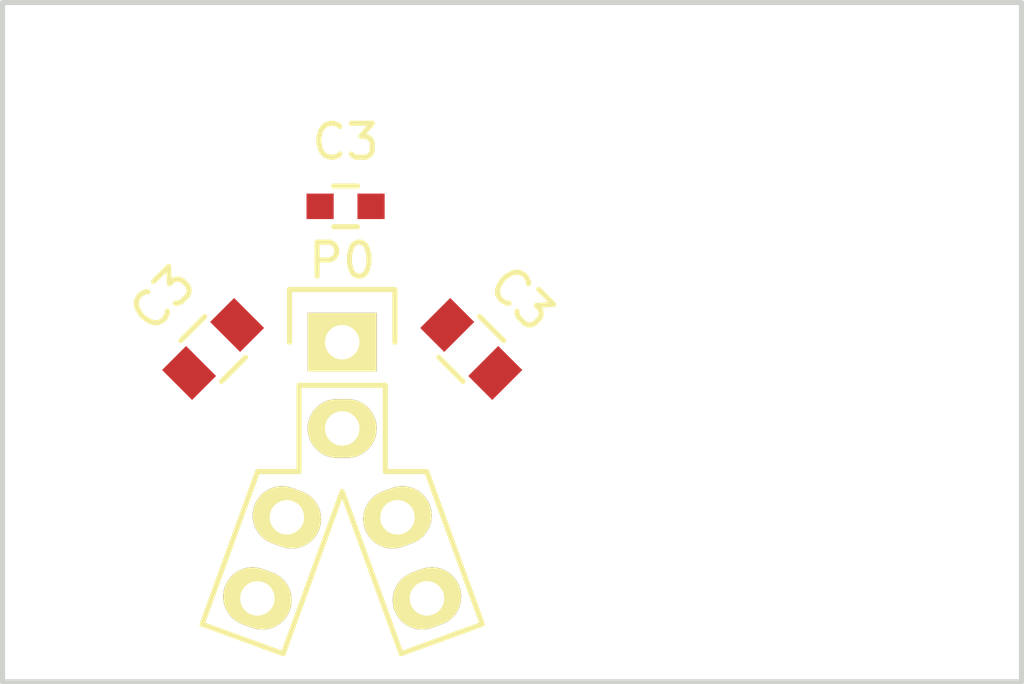
<source format=kicad_pcb>
(kicad_pcb (version 4) (host pcbnew "(2015-10-08 BZR 6256)-product")

  (general
    (links 0)
    (no_connects 0)
    (area -9.989287 -6.225 160.075001 90.075001)
    (thickness 1.6)
    (drawings 4)
    (tracks 0)
    (zones 0)
    (modules 4)
    (nets 1)
  )

  (page A4)
  (layers
    (0 F.Cu signal)
    (31 B.Cu signal)
    (32 B.Adhes user)
    (33 F.Adhes user)
    (34 B.Paste user)
    (35 F.Paste user)
    (36 B.SilkS user)
    (37 F.SilkS user)
    (38 B.Mask user)
    (39 F.Mask user)
    (40 Dwgs.User user)
    (41 Cmts.User user)
    (42 Eco1.User user)
    (43 Eco2.User user)
    (44 Edge.Cuts user)
    (45 Margin user)
    (46 B.CrtYd user)
    (47 F.CrtYd user)
    (48 B.Fab user)
    (49 F.Fab user)
  )

  (setup
    (last_trace_width 0.25)
    (trace_clearance 0.2)
    (zone_clearance 0.508)
    (zone_45_only no)
    (trace_min 0.2)
    (segment_width 0.2)
    (edge_width 0.15)
    (via_size 0.6)
    (via_drill 0.4)
    (via_min_size 0.4)
    (via_min_drill 0.3)
    (uvia_size 0.3)
    (uvia_drill 0.1)
    (uvias_allowed no)
    (uvia_min_size 0.2)
    (uvia_min_drill 0.1)
    (pcb_text_width 0.3)
    (pcb_text_size 1.5 1.5)
    (mod_edge_width 0.15)
    (mod_text_size 1 1)
    (mod_text_width 0.15)
    (pad_size 2.032 2.032)
    (pad_drill 1.016)
    (pad_to_mask_clearance 0.2)
    (aux_axis_origin 0 0)
    (visible_elements FFFFFF7F)
    (pcbplotparams
      (layerselection 0x00030_80000001)
      (usegerberextensions false)
      (excludeedgelayer true)
      (linewidth 0.100000)
      (plotframeref false)
      (viasonmask false)
      (mode 1)
      (useauxorigin false)
      (hpglpennumber 1)
      (hpglpenspeed 20)
      (hpglpendiameter 15)
      (hpglpenoverlay 2)
      (psnegative false)
      (psa4output false)
      (plotreference true)
      (plotvalue true)
      (plotinvisibletext false)
      (padsonsilk false)
      (subtractmaskfromsilk false)
      (outputformat 5)
      (mirror false)
      (drillshape 0)
      (scaleselection 1)
      (outputdirectory output/))
  )

  (net 0 "")

  (net_class Default "This is the default net class."
    (clearance 0.2)
    (trace_width 0.25)
    (via_dia 0.6)
    (via_drill 0.4)
    (uvia_dia 0.3)
    (uvia_drill 0.1)
  )

  (module Capacitors_SMD:C_0805 (layer F.Cu) (tedit 56270286) (tstamp 5632E469)
    (at 136.2 80.2 45)
    (descr "Capacitor SMD 0805, reflow soldering, AVX (see smccp.pdf)")
    (tags "capacitor 0805")
    (attr smd)
    (fp_text reference C3 (at 0 -2.1 45) (layer F.SilkS)
      (effects (font (size 1 1) (thickness 0.15)))
    )
    (fp_text value C_0805 (at 0 2.1 45) (layer F.Fab) hide
      (effects (font (size 1 1) (thickness 0.15)))
    )
    (fp_line (start -1.8 -1) (end 1.8 -1) (layer F.CrtYd) (width 0.05))
    (fp_line (start -1.8 1) (end 1.8 1) (layer F.CrtYd) (width 0.05))
    (fp_line (start -1.8 -1) (end -1.8 1) (layer F.CrtYd) (width 0.05))
    (fp_line (start 1.8 -1) (end 1.8 1) (layer F.CrtYd) (width 0.05))
    (fp_line (start 0.5 -0.85) (end -0.5 -0.85) (layer F.SilkS) (width 0.15))
    (fp_line (start -0.5 0.85) (end 0.5 0.85) (layer F.SilkS) (width 0.15))
    (pad 1 smd rect (at -1 0 45) (size 1 1.25) (layers F.Cu F.Paste F.Mask))
    (pad 2 smd rect (at 1 0 45) (size 1 1.25) (layers F.Cu F.Paste F.Mask))
    (model Capacitors_SMD.3dshapes/C_0805.wrl
      (at (xyz 0 0 0))
      (scale (xyz 1 1 1))
      (rotate (xyz 0 0 0))
    )
  )

  (module Capacitors_SMD:C_0805 (layer F.Cu) (tedit 56270286) (tstamp 5628AA6E)
    (at 143.8 80.2 315)
    (descr "Capacitor SMD 0805, reflow soldering, AVX (see smccp.pdf)")
    (tags "capacitor 0805")
    (attr smd)
    (fp_text reference C3 (at 0 -2.1 315) (layer F.SilkS)
      (effects (font (size 1 1) (thickness 0.15)))
    )
    (fp_text value C_0805 (at 0 2.1 315) (layer F.Fab) hide
      (effects (font (size 1 1) (thickness 0.15)))
    )
    (fp_line (start -1.8 -1) (end 1.8 -1) (layer F.CrtYd) (width 0.05))
    (fp_line (start -1.8 1) (end 1.8 1) (layer F.CrtYd) (width 0.05))
    (fp_line (start -1.8 -1) (end -1.8 1) (layer F.CrtYd) (width 0.05))
    (fp_line (start 1.8 -1) (end 1.8 1) (layer F.CrtYd) (width 0.05))
    (fp_line (start 0.5 -0.85) (end -0.5 -0.85) (layer F.SilkS) (width 0.15))
    (fp_line (start -0.5 0.85) (end 0.5 0.85) (layer F.SilkS) (width 0.15))
    (pad 1 smd rect (at -1 0 315) (size 1 1.25) (layers F.Cu F.Paste F.Mask))
    (pad 2 smd rect (at 1 0 315) (size 1 1.25) (layers F.Cu F.Paste F.Mask))
    (model Capacitors_SMD.3dshapes/C_0805.wrl
      (at (xyz 0 0 0))
      (scale (xyz 1 1 1))
      (rotate (xyz 0 0 0))
    )
  )

  (module starwars-pcb:Pin_Header_Torso (layer F.Cu) (tedit 56272885) (tstamp 562C0C7C)
    (at 140 80)
    (descr "Through hole pin header")
    (tags "pin header")
    (fp_text reference P0 (at 0 -2.4) (layer F.SilkS)
      (effects (font (size 1 1) (thickness 0.15)))
    )
    (fp_text value Pin_Header_Torso (at 0 -3.1) (layer F.Fab) hide
      (effects (font (size 1 1) (thickness 0.15)))
    )
    (fp_line (start -2.489282 3.81) (end -1.27 3.81) (layer F.SilkS) (width 0.15))
    (fp_line (start 1.27 3.81) (end 2.489282 3.81) (layer F.SilkS) (width 0.15))
    (fp_line (start -1.75 -1.75) (end -1.75 9.4) (layer F.CrtYd) (width 0.05))
    (fp_line (start 1.75 -1.75) (end 1.75 9.4) (layer F.CrtYd) (width 0.05))
    (fp_line (start -1.75 -1.75) (end 1.75 -1.75) (layer F.CrtYd) (width 0.05))
    (fp_line (start -1.75 9.4) (end 1.75 9.4) (layer F.CrtYd) (width 0.05))
    (fp_line (start -1.27 1.27) (end -1.27 3.81) (layer F.SilkS) (width 0.15))
    (fp_line (start 1.27 1.27) (end 1.27 3.81) (layer F.SilkS) (width 0.15))
    (fp_line (start 1.55 -1.55) (end 1.55 0) (layer F.SilkS) (width 0.15))
    (fp_line (start 1.27 1.27) (end -1.27 1.27) (layer F.SilkS) (width 0.15))
    (fp_line (start -1.55 0) (end -1.55 -1.55) (layer F.SilkS) (width 0.15))
    (fp_line (start -1.55 -1.55) (end 1.55 -1.55) (layer F.SilkS) (width 0.15))
    (fp_line (start 0 4.397546) (end 1.737462 9.171185) (layer F.SilkS) (width 0.15))
    (fp_line (start 2.489282 3.81) (end 4.12428 8.302454) (layer F.SilkS) (width 0.15))
    (fp_line (start 1.737462 9.171185) (end 4.12428 8.302454) (layer F.SilkS) (width 0.15))
    (fp_line (start -2.489282 3.81) (end -4.12428 8.302454) (layer F.SilkS) (width 0.15))
    (fp_line (start 0 4.397546) (end -1.737462 9.171185) (layer F.SilkS) (width 0.15))
    (fp_line (start -4.12428 8.302454) (end -1.737462 9.171185) (layer F.SilkS) (width 0.15))
    (pad 1 thru_hole rect (at 0 0) (size 2.032 1.7272) (drill 1.016) (layers *.Cu *.Mask F.SilkS))
    (pad 2 thru_hole oval (at 0 2.54) (size 2.032 1.7272) (drill 1.016) (layers *.Cu *.Mask F.SilkS))
    (pad 6 thru_hole oval (at 2.496506 7.543409 20) (size 2.032 1.7272) (drill 1.016) (layers *.Cu *.Mask F.SilkS))
    (pad 5 thru_hole oval (at 1.627774 5.156591 20) (size 2.032 1.7272) (drill 1.016) (layers *.Cu *.Mask F.SilkS))
    (pad 4 thru_hole oval (at -2.496506 7.543409 340) (size 2.032 1.7272) (drill 1.016) (layers *.Cu *.Mask F.SilkS))
    (pad 3 thru_hole oval (at -1.627774 5.156591 340) (size 2.032 1.7272) (drill 1.016) (layers *.Cu *.Mask F.SilkS))
    (model Pin_Headers.3dshapes/Pin_Header_Straight_1x04.wrl
      (at (xyz 0 -0.15 0))
      (scale (xyz 1 1 1))
      (rotate (xyz 0 0 90))
    )
  )

  (module Capacitors_SMD:C_0603 (layer F.Cu) (tedit 562728BA) (tstamp 562DAFA7)
    (at 140.1 76)
    (descr "Capacitor SMD 0603, reflow soldering, AVX (see smccp.pdf)")
    (tags "capacitor 0603")
    (attr smd)
    (fp_text reference C3 (at 0 -1.9) (layer F.SilkS)
      (effects (font (size 1 1) (thickness 0.15)))
    )
    (fp_text value C_0603 (at 0 1.9) (layer F.Fab) hide
      (effects (font (size 1 1) (thickness 0.15)))
    )
    (fp_line (start -1.45 -0.75) (end 1.45 -0.75) (layer F.CrtYd) (width 0.05))
    (fp_line (start -1.45 0.75) (end 1.45 0.75) (layer F.CrtYd) (width 0.05))
    (fp_line (start -1.45 -0.75) (end -1.45 0.75) (layer F.CrtYd) (width 0.05))
    (fp_line (start 1.45 -0.75) (end 1.45 0.75) (layer F.CrtYd) (width 0.05))
    (fp_line (start -0.35 -0.6) (end 0.35 -0.6) (layer F.SilkS) (width 0.15))
    (fp_line (start 0.35 0.6) (end -0.35 0.6) (layer F.SilkS) (width 0.15))
    (pad 1 smd rect (at -0.75 0) (size 0.8 0.75) (layers F.Cu F.Paste F.Mask))
    (pad 2 smd rect (at 0.75 0) (size 0.8 0.75) (layers F.Cu F.Paste F.Mask))
    (model Capacitors_SMD.3dshapes/C_0603.wrl
      (at (xyz 0 0 0))
      (scale (xyz 1 1 1))
      (rotate (xyz 0 0 0))
    )
  )

  (gr_line (start 130 70) (end 130 90) (layer Edge.Cuts) (width 0.15))
  (gr_line (start 160 70) (end 130 70) (layer Edge.Cuts) (width 0.15))
  (gr_line (start 160 90) (end 160 70) (layer Edge.Cuts) (width 0.15))
  (gr_line (start 130 90) (end 160 90) (layer Edge.Cuts) (width 0.15))

)

</source>
